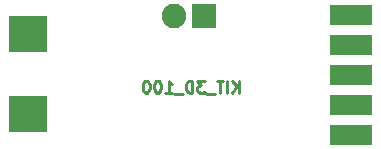
<source format=gbr>
G04 #@! TF.GenerationSoftware,KiCad,Pcbnew,(5.0.0)*
G04 #@! TF.CreationDate,2019-03-13T18:14:50+01:00*
G04 #@! TF.ProjectId,3d_extension,33645F657874656E73696F6E2E6B6963,100A*
G04 #@! TF.SameCoordinates,Original*
G04 #@! TF.FileFunction,Soldermask,Bot*
G04 #@! TF.FilePolarity,Negative*
%FSLAX46Y46*%
G04 Gerber Fmt 4.6, Leading zero omitted, Abs format (unit mm)*
G04 Created by KiCad (PCBNEW (5.0.0)) date 03/13/19 18:14:50*
%MOMM*%
%LPD*%
G01*
G04 APERTURE LIST*
%ADD10C,0.250000*%
%ADD11R,2.090000X2.090000*%
%ADD12C,2.090000*%
%ADD13R,3.240000X3.040000*%
%ADD14R,3.540000X1.740000*%
G04 APERTURE END LIST*
D10*
X150847619Y-90552380D02*
X150847619Y-89552380D01*
X150276190Y-90552380D02*
X150704761Y-89980952D01*
X150276190Y-89552380D02*
X150847619Y-90123809D01*
X149847619Y-90552380D02*
X149847619Y-89552380D01*
X149514285Y-89552380D02*
X148942857Y-89552380D01*
X149228571Y-90552380D02*
X149228571Y-89552380D01*
X148847619Y-90647619D02*
X148085714Y-90647619D01*
X147942857Y-89552380D02*
X147323809Y-89552380D01*
X147657142Y-89933333D01*
X147514285Y-89933333D01*
X147419047Y-89980952D01*
X147371428Y-90028571D01*
X147323809Y-90123809D01*
X147323809Y-90361904D01*
X147371428Y-90457142D01*
X147419047Y-90504761D01*
X147514285Y-90552380D01*
X147800000Y-90552380D01*
X147895238Y-90504761D01*
X147942857Y-90457142D01*
X146895238Y-90552380D02*
X146895238Y-89552380D01*
X146657142Y-89552380D01*
X146514285Y-89600000D01*
X146419047Y-89695238D01*
X146371428Y-89790476D01*
X146323809Y-89980952D01*
X146323809Y-90123809D01*
X146371428Y-90314285D01*
X146419047Y-90409523D01*
X146514285Y-90504761D01*
X146657142Y-90552380D01*
X146895238Y-90552380D01*
X146133333Y-90647619D02*
X145371428Y-90647619D01*
X144609523Y-90552380D02*
X145180952Y-90552380D01*
X144895238Y-90552380D02*
X144895238Y-89552380D01*
X144990476Y-89695238D01*
X145085714Y-89790476D01*
X145180952Y-89838095D01*
X143990476Y-89552380D02*
X143895238Y-89552380D01*
X143800000Y-89600000D01*
X143752380Y-89647619D01*
X143704761Y-89742857D01*
X143657142Y-89933333D01*
X143657142Y-90171428D01*
X143704761Y-90361904D01*
X143752380Y-90457142D01*
X143800000Y-90504761D01*
X143895238Y-90552380D01*
X143990476Y-90552380D01*
X144085714Y-90504761D01*
X144133333Y-90457142D01*
X144180952Y-90361904D01*
X144228571Y-90171428D01*
X144228571Y-89933333D01*
X144180952Y-89742857D01*
X144133333Y-89647619D01*
X144085714Y-89600000D01*
X143990476Y-89552380D01*
X143038095Y-89552380D02*
X142942857Y-89552380D01*
X142847619Y-89600000D01*
X142800000Y-89647619D01*
X142752380Y-89742857D01*
X142704761Y-89933333D01*
X142704761Y-90171428D01*
X142752380Y-90361904D01*
X142800000Y-90457142D01*
X142847619Y-90504761D01*
X142942857Y-90552380D01*
X143038095Y-90552380D01*
X143133333Y-90504761D01*
X143180952Y-90457142D01*
X143228571Y-90361904D01*
X143276190Y-90171428D01*
X143276190Y-89933333D01*
X143228571Y-89742857D01*
X143180952Y-89647619D01*
X143133333Y-89600000D01*
X143038095Y-89552380D01*
D11*
G04 #@! TO.C,P1*
X147850000Y-84050000D03*
D12*
X145350000Y-84050000D03*
G04 #@! TD*
D13*
G04 #@! TO.C,U2*
X133000000Y-85600000D03*
X133000000Y-92400000D03*
G04 #@! TD*
D14*
G04 #@! TO.C,J2*
X160350000Y-94150000D03*
X160350000Y-91600000D03*
X160350000Y-89050000D03*
X160350000Y-86500000D03*
X160350000Y-83950000D03*
G04 #@! TD*
M02*

</source>
